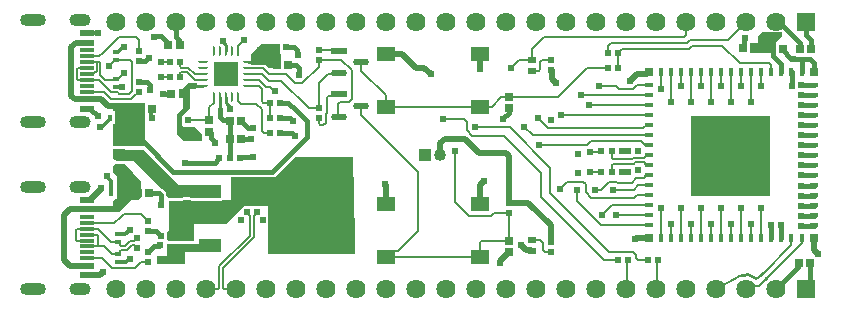
<source format=gtl>
G04*
G04 #@! TF.GenerationSoftware,Altium Limited,Altium Designer,25.8.1 (18)*
G04*
G04 Layer_Physical_Order=1*
G04 Layer_Color=255*
%FSLAX25Y25*%
%MOIN*%
G70*
G04*
G04 #@! TF.SameCoordinates,67B45281-70B3-422D-B4EF-D01C400089C5*
G04*
G04*
G04 #@! TF.FilePolarity,Positive*
G04*
G01*
G75*
%ADD11C,0.00600*%
G04:AMPARAMS|DCode=16|XSize=25.2mil|YSize=28.35mil|CornerRadius=3.15mil|HoleSize=0mil|Usage=FLASHONLY|Rotation=270.000|XOffset=0mil|YOffset=0mil|HoleType=Round|Shape=RoundedRectangle|*
%AMROUNDEDRECTD16*
21,1,0.02520,0.02205,0,0,270.0*
21,1,0.01890,0.02835,0,0,270.0*
1,1,0.00630,-0.01102,-0.00945*
1,1,0.00630,-0.01102,0.00945*
1,1,0.00630,0.01102,0.00945*
1,1,0.00630,0.01102,-0.00945*
%
%ADD16ROUNDEDRECTD16*%
%ADD17R,0.02126X0.02362*%
G04:AMPARAMS|DCode=18|XSize=25.2mil|YSize=28.35mil|CornerRadius=3.15mil|HoleSize=0mil|Usage=FLASHONLY|Rotation=180.000|XOffset=0mil|YOffset=0mil|HoleType=Round|Shape=RoundedRectangle|*
%AMROUNDEDRECTD18*
21,1,0.02520,0.02205,0,0,180.0*
21,1,0.01890,0.02835,0,0,180.0*
1,1,0.00630,-0.00945,0.01102*
1,1,0.00630,0.00945,0.01102*
1,1,0.00630,0.00945,-0.01102*
1,1,0.00630,-0.00945,-0.01102*
%
%ADD18ROUNDEDRECTD18*%
%ADD19R,0.03150X0.01575*%
%ADD20R,0.03150X0.03150*%
%ADD21R,0.01575X0.03150*%
%ADD22R,0.06102X0.05118*%
%ADD23R,0.04724X0.04724*%
%ADD24R,0.02756X0.02362*%
G04:AMPARAMS|DCode=25|XSize=33.06mil|YSize=9.55mil|CornerRadius=4.77mil|HoleSize=0mil|Usage=FLASHONLY|Rotation=270.000|XOffset=0mil|YOffset=0mil|HoleType=Round|Shape=RoundedRectangle|*
%AMROUNDEDRECTD25*
21,1,0.03306,0.00000,0,0,270.0*
21,1,0.02351,0.00955,0,0,270.0*
1,1,0.00955,0.00000,-0.01176*
1,1,0.00955,0.00000,0.01176*
1,1,0.00955,0.00000,0.01176*
1,1,0.00955,0.00000,-0.01176*
%
%ADD25ROUNDEDRECTD25*%
%ADD26R,0.02362X0.02126*%
%ADD27R,0.04528X0.02362*%
%ADD28R,0.02362X0.01378*%
%ADD29R,0.01378X0.02362*%
G04:AMPARAMS|DCode=30|XSize=125.98mil|YSize=68.9mil|CornerRadius=2.07mil|HoleSize=0mil|Usage=FLASHONLY|Rotation=90.000|XOffset=0mil|YOffset=0mil|HoleType=Round|Shape=RoundedRectangle|*
%AMROUNDEDRECTD30*
21,1,0.12598,0.06476,0,0,90.0*
21,1,0.12185,0.06890,0,0,90.0*
1,1,0.00413,0.03238,0.06093*
1,1,0.00413,0.03238,-0.06093*
1,1,0.00413,-0.03238,-0.06093*
1,1,0.00413,-0.03238,0.06093*
%
%ADD30ROUNDEDRECTD30*%
G04:AMPARAMS|DCode=31|XSize=35.43mil|YSize=68.9mil|CornerRadius=1.95mil|HoleSize=0mil|Usage=FLASHONLY|Rotation=90.000|XOffset=0mil|YOffset=0mil|HoleType=Round|Shape=RoundedRectangle|*
%AMROUNDEDRECTD31*
21,1,0.03543,0.06500,0,0,90.0*
21,1,0.03154,0.06890,0,0,90.0*
1,1,0.00390,0.03250,0.01577*
1,1,0.00390,0.03250,-0.01577*
1,1,0.00390,-0.03250,-0.01577*
1,1,0.00390,-0.03250,0.01577*
%
%ADD31ROUNDEDRECTD31*%
G04:AMPARAMS|DCode=32|XSize=53.43mil|YSize=22.53mil|CornerRadius=11.26mil|HoleSize=0mil|Usage=FLASHONLY|Rotation=0.000|XOffset=0mil|YOffset=0mil|HoleType=Round|Shape=RoundedRectangle|*
%AMROUNDEDRECTD32*
21,1,0.05343,0.00000,0,0,0.0*
21,1,0.03091,0.02253,0,0,0.0*
1,1,0.02253,0.01545,0.00000*
1,1,0.02253,-0.01545,0.00000*
1,1,0.02253,-0.01545,0.00000*
1,1,0.02253,0.01545,0.00000*
%
%ADD32ROUNDEDRECTD32*%
G04:AMPARAMS|DCode=33|XSize=9.55mil|YSize=33.06mil|CornerRadius=4.77mil|HoleSize=0mil|Usage=FLASHONLY|Rotation=270.000|XOffset=0mil|YOffset=0mil|HoleType=Round|Shape=RoundedRectangle|*
%AMROUNDEDRECTD33*
21,1,0.00955,0.02351,0,0,270.0*
21,1,0.00000,0.03306,0,0,270.0*
1,1,0.00955,-0.01176,0.00000*
1,1,0.00955,-0.01176,0.00000*
1,1,0.00955,0.01176,0.00000*
1,1,0.00955,0.01176,0.00000*
%
%ADD33ROUNDEDRECTD33*%
%ADD34R,0.00955X0.03306*%
%ADD35R,0.04528X0.01181*%
%ADD36R,0.05343X0.02253*%
%ADD45R,0.08071X0.08071*%
G04:AMPARAMS|DCode=53|XSize=39.37mil|YSize=70.87mil|CornerRadius=19.68mil|HoleSize=0mil|Usage=FLASHONLY|Rotation=270.000|XOffset=0mil|YOffset=0mil|HoleType=Round|Shape=RoundedRectangle|*
%AMROUNDEDRECTD53*
21,1,0.03937,0.03150,0,0,270.0*
21,1,0.00000,0.07087,0,0,270.0*
1,1,0.03937,-0.01575,0.00000*
1,1,0.03937,-0.01575,0.00000*
1,1,0.03937,0.01575,0.00000*
1,1,0.03937,0.01575,0.00000*
%
%ADD53ROUNDEDRECTD53*%
G04:AMPARAMS|DCode=54|XSize=39.37mil|YSize=86.61mil|CornerRadius=19.68mil|HoleSize=0mil|Usage=FLASHONLY|Rotation=270.000|XOffset=0mil|YOffset=0mil|HoleType=Round|Shape=RoundedRectangle|*
%AMROUNDEDRECTD54*
21,1,0.03937,0.04724,0,0,270.0*
21,1,0.00000,0.08661,0,0,270.0*
1,1,0.03937,-0.02362,0.00000*
1,1,0.03937,-0.02362,0.00000*
1,1,0.03937,0.02362,0.00000*
1,1,0.03937,0.02362,0.00000*
%
%ADD54ROUNDEDRECTD54*%
%ADD58C,0.01000*%
%ADD59C,0.01000*%
%ADD60R,0.01575X0.01575*%
%ADD61C,0.02000*%
%ADD62C,0.01500*%
%ADD63C,0.01001*%
%ADD64C,0.01010*%
%ADD65C,0.01200*%
%ADD66C,0.00603*%
%ADD67R,0.06400X0.06400*%
%ADD68C,0.06400*%
%ADD69C,0.04000*%
%ADD70R,0.04000X0.04000*%
%ADD71R,0.04000X0.04000*%
%ADD72C,0.02400*%
G36*
X256400Y89400D02*
X254300Y87600D01*
Y83900D01*
X246000D01*
X245700Y84200D01*
Y87300D01*
X248400D01*
Y89600D01*
X249800Y91000D01*
X256400Y91000D01*
Y89400D01*
D02*
G37*
G36*
X89138Y83819D02*
X89300D01*
Y78612D01*
X86800D01*
Y79300D01*
X85100D01*
X84200Y80200D01*
X79500D01*
Y83800D01*
X82900Y87200D01*
X89138D01*
Y83819D01*
D02*
G37*
G36*
X61870Y73005D02*
X61374Y72300D01*
X59200D01*
Y66000D01*
X56964Y63764D01*
X56319D01*
Y59638D01*
X56800D01*
Y59500D01*
X59800D01*
Y59300D01*
X60700D01*
X63057Y56943D01*
Y56923D01*
X63100Y56706D01*
Y54700D01*
X57200D01*
X54800Y57100D01*
X54700D01*
Y63700D01*
X56600Y65600D01*
Y69100D01*
X55300D01*
Y72000D01*
X56500D01*
X58400Y73900D01*
X61477D01*
X61870Y73005D01*
D02*
G37*
G36*
X44000Y53094D02*
X37398Y53020D01*
X33400D01*
Y60319D01*
X34189D01*
Y64681D01*
X33400D01*
Y67288D01*
X39535D01*
X39595Y67300D01*
X44000D01*
Y53094D01*
D02*
G37*
G36*
X252500Y36500D02*
X226000D01*
Y63000D01*
X252500D01*
Y36500D01*
D02*
G37*
G36*
X37580Y51700D02*
X43777Y51700D01*
X52238Y43238D01*
X52238Y43238D01*
X52435Y43107D01*
X55322Y40168D01*
X69284D01*
X69484Y39968D01*
Y35868D01*
X59192D01*
X59102Y35886D01*
X56898D01*
X56808Y35868D01*
X52148D01*
X51247Y36807D01*
X51148Y37304D01*
X50762Y37883D01*
X49883Y38762D01*
X49304Y39149D01*
X48931Y39223D01*
X40588Y47923D01*
X36200Y48000D01*
X34800D01*
X33384Y48700D01*
Y52000D01*
X37580D01*
Y51700D01*
D02*
G37*
G36*
X114000Y22482D02*
Y17200D01*
X85000D01*
Y24000D01*
Y33000D01*
X77000D01*
X71000Y27000D01*
X60500D01*
Y21520D01*
X51767D01*
X51700Y21574D01*
Y24700D01*
X52000Y25000D01*
Y33877D01*
X52148Y34848D01*
X56808D01*
X56898Y34866D01*
X59102D01*
X59192Y34848D01*
X69484D01*
X69874Y34926D01*
X69985Y35000D01*
X72800D01*
Y42600D01*
X87400D01*
X94300Y49500D01*
X113300D01*
X114000Y22482D01*
D02*
G37*
G36*
X34732Y46983D02*
X34766Y46987D01*
X34800Y46980D01*
X36191D01*
X37438Y46959D01*
X42900Y41000D01*
X42886Y35895D01*
X42073Y34900D01*
X39500D01*
X36206Y31750D01*
X35954Y31581D01*
X35297Y30924D01*
X34212Y30910D01*
X33500Y31612D01*
X33500Y34599D01*
X34207Y35306D01*
X34591D01*
Y42900D01*
X33500Y44223D01*
X33499Y46206D01*
X34288Y46994D01*
X34686Y46995D01*
X34732Y46983D01*
D02*
G37*
G36*
X69300Y17800D02*
X57500D01*
Y13700D01*
X48100D01*
Y16400D01*
X51300D01*
Y19800D01*
X51767Y20500D01*
X62000D01*
Y21900D01*
X69300D01*
Y17800D01*
D02*
G37*
D11*
X153182Y56500D02*
X163700D01*
X176000Y36100D02*
Y44200D01*
X163700Y56500D02*
X176000Y44200D01*
Y36100D02*
X197100Y15000D01*
X201799D01*
X179200Y37400D02*
Y45800D01*
Y37400D02*
X198919Y17681D01*
X206885D01*
X165700Y59300D02*
X179200Y45800D01*
X154000Y59500D02*
X154200Y59300D01*
X165700D01*
X151300Y58382D02*
X153182Y56500D01*
X182643Y63343D02*
X211902D01*
X211945Y63386D01*
X182600Y63300D02*
X182643Y63343D01*
X178479Y58900D02*
X209668D01*
X175000Y62379D02*
X178479Y58900D01*
X209749Y58980D02*
X210098D01*
X209668Y58900D02*
X209749Y58980D01*
X210098D02*
X210870Y59752D01*
X211658D01*
X211945Y60039D01*
X175000Y62379D02*
Y62500D01*
X116242Y63358D02*
X135100Y44500D01*
X128262Y17962D02*
X135100Y24800D01*
Y44500D01*
X116242Y63358D02*
Y66500D01*
X126442Y17502D02*
X126902Y17962D01*
X124350Y16142D02*
X126442D01*
X155650D01*
X126902Y17962D02*
X128262D01*
X126442Y16142D02*
Y17502D01*
X249543Y73043D02*
Y77559D01*
X239504Y67604D02*
Y77559D01*
X216139Y72261D02*
Y77611D01*
X216181Y77653D01*
X216139Y72261D02*
X216200Y72200D01*
X239504Y22441D02*
Y26957D01*
X199768Y33268D02*
X211945D01*
X196500Y30000D02*
X199768Y33268D01*
X192693Y54693D02*
X209300D01*
X191500Y53500D02*
X192693Y54693D01*
X175500Y53500D02*
X191500D01*
X209300Y54693D02*
X210647Y53347D01*
X211945D01*
X226118Y67604D02*
Y77559D01*
X229465Y22441D02*
Y32396D01*
X219425Y22441D02*
Y26957D01*
X196107Y26575D02*
X211945D01*
X188000Y34682D02*
X196107Y26575D01*
X188000Y34682D02*
Y38500D01*
X236157Y73043D02*
Y77559D01*
X249543Y22441D02*
Y32396D01*
X201079Y29921D02*
X211945D01*
X201000Y30000D02*
X201079Y29921D01*
X151977Y29799D02*
X159322D01*
X160322Y30799D01*
X165500D01*
Y21232D02*
Y30799D01*
X155650Y16142D02*
Y20647D01*
X156235Y21232D02*
X165500D01*
X155650Y20647D02*
X156235Y21232D01*
X248903Y6533D02*
X250953Y8584D01*
X251416Y9047D02*
X262929Y20560D01*
X245533Y6533D02*
X248903D01*
X262929Y20560D02*
Y22441D01*
X244500Y5500D02*
X245533Y6533D01*
X147500Y34276D02*
X151977Y29799D01*
X147500Y34276D02*
Y51500D01*
X246197Y67604D02*
Y77559D01*
X168870Y81870D02*
X173000D01*
X166000Y79000D02*
X168870Y81870D01*
X173000D02*
Y85500D01*
X177000Y89500D02*
X223914D01*
X224500Y90086D02*
Y94500D01*
X223914Y89500D02*
X224500Y90086D01*
X173000Y85500D02*
X177000Y89500D01*
X222772Y73043D02*
Y77559D01*
X195500Y73000D02*
X201000D01*
X202000Y72000D01*
X206735D01*
X208161Y73425D02*
X211945D01*
X206735Y72000D02*
X208161Y73425D01*
X232811Y22441D02*
Y26957D01*
X194000Y38500D02*
X196182D01*
X198882Y41200D01*
X201118D01*
X201618Y40700D01*
X210284Y42248D02*
X210870Y42834D01*
X206372Y40700D02*
X207920Y42248D01*
X210870Y43020D02*
X211157Y43307D01*
X207920Y42248D02*
X210284D01*
X201618Y40700D02*
X206372D01*
X210870Y42834D02*
Y43020D01*
X211157Y43307D02*
X211945D01*
X232811Y67604D02*
Y77559D01*
X234500Y5500D02*
X242291Y9648D01*
X247699Y8943D02*
X248070Y8943D01*
X250047Y10506D02*
X259583Y20042D01*
Y22441D01*
X248484Y8943D02*
X249494Y9953D01*
X248070Y8943D02*
X248484Y8943D01*
X222772Y22441D02*
Y32396D01*
X242850Y73043D02*
Y77559D01*
X207564Y70000D02*
X207567Y70003D01*
X201172Y70000D02*
X207564D01*
X201169Y70003D02*
X201172Y70000D01*
X207567Y70003D02*
X211863D01*
X211942Y70081D01*
X189503Y70003D02*
X201169D01*
X246197Y22441D02*
Y26957D01*
X214850Y14650D02*
X215201Y15000D01*
X214850Y5850D02*
Y14650D01*
X214500Y5500D02*
X214850Y5850D01*
X236157Y22441D02*
Y32396D01*
X219425Y67604D02*
Y77559D01*
X170500Y59500D02*
X173307Y56693D01*
X211945D01*
X226118Y22441D02*
Y26957D01*
X208461Y39961D02*
X211945D01*
X207000Y38500D02*
X208461Y39961D01*
X200000Y38500D02*
X207000D01*
X226571Y86500D02*
X236500D01*
X242366Y80634D02*
X252135D01*
X236500Y86500D02*
X242366Y80634D01*
X202382Y84681D02*
X203201Y85500D01*
X225571D01*
X226571Y86500D01*
X201701Y79000D02*
Y84118D01*
X202264Y84681D02*
X202382D01*
X201701Y84118D02*
X202264Y84681D01*
X252135Y80634D02*
X252808Y79961D01*
Y77641D02*
X252890Y77559D01*
X252808Y77641D02*
Y79961D01*
X229465Y73043D02*
Y77559D01*
X192232Y66732D02*
X211945D01*
X242850Y22441D02*
Y32396D01*
X204500Y5500D02*
X204850Y5850D01*
Y14650D02*
X205201Y15000D01*
X204850Y5850D02*
Y14650D01*
X216079Y22441D02*
Y32396D01*
X182400Y38700D02*
X184900Y41200D01*
X190214D01*
X191000Y40414D01*
Y37682D02*
Y40414D01*
Y37682D02*
X192882Y35800D01*
X207128D01*
X207943Y36614D01*
X211945D01*
X85405Y77083D02*
X86000D01*
X90036D01*
X83520Y78969D02*
X85405Y77083D01*
X150500Y62000D02*
X151300Y61200D01*
Y58382D02*
Y61200D01*
X143500Y62000D02*
X150500D01*
X177374Y17799D02*
X179500D01*
X176789Y18385D02*
X177374Y17799D01*
X176789Y18385D02*
Y20711D01*
X175630Y21870D02*
X176789Y20711D01*
X173000Y21870D02*
X175630D01*
X65400Y61600D02*
X65500Y61701D01*
Y65928D01*
X67063Y67491D01*
X58600Y61600D02*
X65400D01*
X58500Y61701D02*
X58600Y61600D01*
X58500Y61701D02*
X59033Y62234D01*
X67063Y67491D02*
Y69459D01*
X74937Y68086D02*
Y69459D01*
Y68086D02*
X76023Y67000D01*
X81257D01*
X83001Y65256D01*
X82977Y68109D02*
X83563Y67523D01*
X85799D01*
X78541Y73063D02*
X81937D01*
X78541Y75032D02*
X82231D01*
X78541Y77000D02*
X83225D01*
X78541Y78969D02*
X83520D01*
X81937Y73063D02*
X82977Y72023D01*
Y68109D02*
Y72023D01*
X82231Y75032D02*
X84495Y72768D01*
X83225Y77000D02*
X85456Y74768D01*
X84495Y72768D02*
X85853D01*
X74937Y86437D02*
X77000Y88500D01*
X74937Y84541D02*
Y86437D01*
X206885Y17681D02*
X207764Y16802D01*
Y15586D02*
X208349Y15000D01*
X207764Y15586D02*
Y16802D01*
X208349Y15000D02*
X211799D01*
X85853Y72768D02*
X87121Y71500D01*
X87500D01*
X85799Y62500D02*
Y67500D01*
X85456Y74768D02*
X89551D01*
X98618Y65701D01*
X102000D01*
Y74000D01*
X105020Y77020D01*
X108518D01*
X108518Y77020D01*
X96446Y73972D02*
X102000Y79526D01*
Y81799D02*
X109478D01*
X102000Y79526D02*
Y81799D01*
X108530Y62988D02*
X108758Y62760D01*
X113000Y68563D02*
Y78277D01*
X109478Y81799D02*
X113000Y78277D01*
X112050Y67614D02*
X113000Y68563D01*
X108530Y67028D02*
X109116Y67614D01*
X112050D01*
X108530Y62988D02*
Y67028D01*
X94209Y73972D02*
X96446D01*
X91099Y77083D02*
X94209Y73972D01*
X90036Y77083D02*
X91099D01*
X90036Y77083D02*
X90036Y77083D01*
X24784Y71110D02*
X30000D01*
X30378D01*
X32671Y68818D01*
X39535D02*
X41155Y70437D01*
X41437D02*
X42000Y71000D01*
X32671Y68818D02*
X39535D01*
X41155Y70437D02*
X41437D01*
X42000Y84701D02*
Y88500D01*
X41000Y89500D02*
X42000Y88500D01*
X35500Y89500D02*
X41000D01*
X28921Y82921D02*
X30000Y84000D01*
X35500Y89500D01*
X24784Y82921D02*
X28921D01*
X40811Y12311D02*
X42799Y14299D01*
X33198Y12311D02*
X40811D01*
X29898Y15610D02*
X33198Y12311D01*
X42799Y14299D02*
X45000D01*
X24784Y15610D02*
X29898D01*
X37036Y30500D02*
X42701D01*
X35984Y29449D02*
X37036Y30500D01*
X42701D02*
X45000Y28201D01*
X33921Y27421D02*
X35949Y29449D01*
X35984D01*
X24784Y27421D02*
X33921D01*
X191500Y79000D02*
X198299D01*
X181732Y69232D02*
X191500Y79000D01*
X165500Y69232D02*
X181732D01*
X162732D02*
X165500D01*
X159642Y66142D02*
X162732Y69232D01*
X155650Y66142D02*
X159642D01*
X124350D02*
X155650D01*
X116242Y78171D02*
X124500Y69914D01*
X116242Y78171D02*
Y81000D01*
X124350Y66142D02*
X124500Y66291D01*
Y69914D01*
X104682Y69224D02*
X105268Y69811D01*
X108328D01*
X108752Y70234D01*
X104682Y64016D02*
Y69224D01*
X104332Y60832D02*
Y63667D01*
X104682Y64016D01*
X103500Y60000D02*
X104332Y60832D01*
X102000Y60586D02*
Y62299D01*
X102586Y60000D02*
X103500D01*
X102000Y60586D02*
X102586Y60000D01*
X108527Y84970D02*
X108758Y84740D01*
X102230Y84970D02*
X108527D01*
X102000Y85201D02*
X102230Y84970D01*
X225743Y88500D02*
X238500D01*
X199516Y87500D02*
X224743D01*
X238500Y88500D02*
X244500Y94500D01*
X224743Y87500D02*
X225743Y88500D01*
X198299Y86283D02*
X199516Y87500D01*
X198299Y84000D02*
Y86283D01*
X83001Y58117D02*
Y65256D01*
Y58117D02*
X83618Y57500D01*
X85799D01*
X173000Y78130D02*
X175292D01*
X175878Y81152D02*
X176464Y81737D01*
X175292Y78130D02*
X175878Y78716D01*
X176464Y81737D02*
X179463D01*
X175878Y78716D02*
Y81152D01*
X179463Y81737D02*
X179500Y81701D01*
D16*
X58800Y19100D02*
D03*
Y22900D02*
D03*
X165500Y65600D02*
D03*
Y17600D02*
D03*
X65500Y57868D02*
D03*
X58000Y33600D02*
D03*
X52800Y22900D02*
D03*
X165500Y21400D02*
D03*
X65500Y61668D02*
D03*
X52800Y19100D02*
D03*
X58000Y37400D02*
D03*
X165500Y69400D02*
D03*
D17*
X203001Y51300D02*
D03*
X199599D02*
D03*
D03*
X196198D02*
D03*
X89201Y62500D02*
D03*
Y57500D02*
D03*
X196198Y44500D02*
D03*
X75701Y49000D02*
D03*
X91201Y86000D02*
D03*
X215201Y15000D02*
D03*
X199599Y44500D02*
D03*
D03*
X201701Y79000D02*
D03*
Y84000D02*
D03*
X205201Y15000D02*
D03*
X72299Y49000D02*
D03*
X68898D02*
D03*
X89201Y67500D02*
D03*
X211799Y15000D02*
D03*
X85799Y62500D02*
D03*
Y67500D02*
D03*
X201799Y15000D02*
D03*
X72299Y49000D02*
D03*
X87799Y86000D02*
D03*
X52299Y76000D02*
D03*
Y81000D02*
D03*
X55701Y76000D02*
D03*
Y81000D02*
D03*
X85799Y57500D02*
D03*
X198299Y84000D02*
D03*
Y79000D02*
D03*
X203001Y44500D02*
D03*
D18*
X266200Y85400D02*
D03*
X256600D02*
D03*
X243300Y85800D02*
D03*
X262100Y14000D02*
D03*
X91900Y80000D02*
D03*
X51800Y86800D02*
D03*
X52801Y70500D02*
D03*
X76101Y61500D02*
D03*
X46400Y65500D02*
D03*
X76101Y55500D02*
D03*
X45400Y37500D02*
D03*
X262400Y85400D02*
D03*
X265900Y14000D02*
D03*
X247100Y85800D02*
D03*
X252800Y85400D02*
D03*
X42600Y65500D02*
D03*
X72301Y55500D02*
D03*
Y61500D02*
D03*
X88100Y80000D02*
D03*
X56601Y70500D02*
D03*
X55600Y86800D02*
D03*
X41600Y37500D02*
D03*
D19*
X267063Y73425D02*
D03*
Y66732D02*
D03*
Y70079D02*
D03*
Y63386D02*
D03*
Y56693D02*
D03*
Y60039D02*
D03*
Y53347D02*
D03*
Y46654D02*
D03*
Y50000D02*
D03*
Y43307D02*
D03*
Y36614D02*
D03*
Y39961D02*
D03*
Y33268D02*
D03*
Y26575D02*
D03*
Y29921D02*
D03*
X211945Y46654D02*
D03*
Y50000D02*
D03*
Y43307D02*
D03*
Y39961D02*
D03*
Y36614D02*
D03*
Y33268D02*
D03*
Y29921D02*
D03*
Y26575D02*
D03*
Y66732D02*
D03*
Y56693D02*
D03*
Y70079D02*
D03*
Y60039D02*
D03*
Y73425D02*
D03*
Y63386D02*
D03*
Y53347D02*
D03*
D20*
X267063Y77559D02*
D03*
X211945D02*
D03*
X267063Y22441D02*
D03*
X211945D02*
D03*
D21*
X262929Y77559D02*
D03*
X259583D02*
D03*
X252890Y22441D02*
D03*
X256236D02*
D03*
X252890Y77559D02*
D03*
X216079Y22441D02*
D03*
X219425D02*
D03*
X222772D02*
D03*
X226118D02*
D03*
X229465D02*
D03*
X232811D02*
D03*
X236157D02*
D03*
X239504D02*
D03*
X242850D02*
D03*
X246197D02*
D03*
X249543D02*
D03*
X259583D02*
D03*
X219425Y77559D02*
D03*
X242850D02*
D03*
X232811D02*
D03*
X222772D02*
D03*
X246197D02*
D03*
X236157D02*
D03*
X216079D02*
D03*
X239504D02*
D03*
X249543D02*
D03*
X226118D02*
D03*
X229465D02*
D03*
X262929Y22441D02*
D03*
X256236Y77559D02*
D03*
D22*
X155650Y83858D02*
D03*
X124350D02*
D03*
Y33858D02*
D03*
X155650D02*
D03*
Y16142D02*
D03*
X124350D02*
D03*
Y66142D02*
D03*
X155650D02*
D03*
D23*
X239504Y56496D02*
D03*
X233008D02*
D03*
X246000Y50000D02*
D03*
X239504D02*
D03*
X246000Y43504D02*
D03*
X239504D02*
D03*
X233008D02*
D03*
Y50000D02*
D03*
D24*
X173000Y18130D02*
D03*
Y81870D02*
D03*
Y78130D02*
D03*
Y21870D02*
D03*
D25*
X71000Y84541D02*
D03*
Y69459D02*
D03*
X69032D02*
D03*
X67063D02*
D03*
X72969Y84541D02*
D03*
X69032D02*
D03*
X67063D02*
D03*
X72969Y69459D02*
D03*
X74937D02*
D03*
D26*
X42000Y81299D02*
D03*
Y74402D02*
D03*
X45000Y24799D02*
D03*
Y17701D02*
D03*
X165500Y30799D02*
D03*
X179500Y78299D02*
D03*
Y21201D02*
D03*
X165500Y34201D02*
D03*
X58500Y61701D02*
D03*
Y58299D02*
D03*
X102000Y65701D02*
D03*
Y81799D02*
D03*
X42000Y71000D02*
D03*
X102000Y62299D02*
D03*
X45000Y28201D02*
D03*
Y14299D02*
D03*
X179500Y81701D02*
D03*
Y17799D02*
D03*
X42000Y84701D02*
D03*
X102000Y85201D02*
D03*
D27*
X24784Y90598D02*
D03*
Y65402D02*
D03*
Y35098D02*
D03*
Y9902D02*
D03*
Y68551D02*
D03*
Y87449D02*
D03*
Y31949D02*
D03*
Y13051D02*
D03*
D28*
X34500Y84280D02*
D03*
Y72720D02*
D03*
X35000Y23559D02*
D03*
Y14500D02*
D03*
X34500Y75279D02*
D03*
Y81721D02*
D03*
X35000Y21000D02*
D03*
Y17059D02*
D03*
D29*
X32500Y62500D02*
D03*
X32721Y37500D02*
D03*
X35059Y62500D02*
D03*
X35280Y37500D02*
D03*
D30*
X90303Y29000D02*
D03*
D31*
X65697D02*
D03*
Y19945D02*
D03*
Y38055D02*
D03*
D32*
X116242Y66500D02*
D03*
X108758Y77260D02*
D03*
Y62760D02*
D03*
X116242Y81000D02*
D03*
D33*
X78541Y75032D02*
D03*
Y73063D02*
D03*
Y77000D02*
D03*
Y78969D02*
D03*
X63459Y73063D02*
D03*
X78541Y80937D02*
D03*
X63459D02*
D03*
Y78969D02*
D03*
Y77000D02*
D03*
Y75032D02*
D03*
D34*
X74937Y84541D02*
D03*
D35*
X24784Y80953D02*
D03*
Y77016D02*
D03*
Y71110D02*
D03*
Y25453D02*
D03*
Y21516D02*
D03*
Y15610D02*
D03*
Y27421D02*
D03*
Y78984D02*
D03*
Y75047D02*
D03*
Y84890D02*
D03*
Y82921D02*
D03*
Y73079D02*
D03*
Y17579D02*
D03*
Y19547D02*
D03*
Y23484D02*
D03*
Y29390D02*
D03*
D36*
X108758Y70240D02*
D03*
Y84740D02*
D03*
D45*
X71000Y77000D02*
D03*
D53*
X22521Y95008D02*
D03*
Y60992D02*
D03*
Y39508D02*
D03*
Y5492D02*
D03*
D54*
X6772Y95008D02*
D03*
Y60992D02*
D03*
Y39508D02*
D03*
Y5492D02*
D03*
D58*
X251416Y9047D02*
G03*
X250953Y8584I3084J-3547D01*
G01*
X247699Y8943D02*
G03*
X242291Y9648I-3199J-3443D01*
G01*
X250047Y10506D02*
G03*
X249494Y9953I4453J-5006D01*
G01*
D59*
X248070Y8943D02*
D03*
D60*
X246000Y56496D02*
D03*
D61*
X207508Y22200D02*
X207749Y22441D01*
X211945D01*
X207400Y22200D02*
X207508D01*
X162477Y14734D02*
X165500Y17758D01*
X162400Y13900D02*
X162477Y13976D01*
Y14734D01*
X165500Y17758D02*
Y17768D01*
X164328Y50793D02*
X165500Y49621D01*
X155353Y50793D02*
X164328D01*
X150646Y55500D02*
X155353Y50793D01*
X165500Y34201D02*
Y49621D01*
Y34201D02*
X171899D01*
X179500Y21201D02*
Y26600D01*
X171899Y34201D02*
X179500Y26600D01*
X211370Y76984D02*
X211945Y77559D01*
X155650Y78758D02*
Y83858D01*
X134323Y79177D02*
X137215D01*
X124350Y83858D02*
X129642D01*
X134323Y79177D01*
X208184Y76984D02*
X211370D01*
X137215Y79177D02*
X139392Y77000D01*
X139500D01*
X246000Y56496D02*
X251004D01*
X239504D02*
Y61500D01*
X228000Y56500D02*
X228004Y56496D01*
X233008D01*
X205900Y74700D02*
X208184Y76984D01*
X205600Y74700D02*
X205900D01*
X267063Y18437D02*
X268500Y17000D01*
X267063Y18437D02*
Y22441D01*
X246000Y50000D02*
X251004D01*
X246000Y43504D02*
X251004D01*
X239504Y38500D02*
Y43504D01*
X228004Y50000D02*
X233008D01*
X228004Y43504D02*
X233008D01*
X157000Y41392D02*
Y41500D01*
X155650Y40041D02*
X157000Y41392D01*
X171172Y18311D02*
X172819D01*
X173000Y18130D01*
X169500Y19983D02*
X171172Y18311D01*
X155650Y33858D02*
Y40041D01*
X124350Y33858D02*
Y40150D01*
X124000Y40500D02*
X124350Y40150D01*
X58260Y33508D02*
X59328D01*
X60500Y32336D01*
X58000Y33768D02*
X58260Y33508D01*
X90303Y30055D02*
X92748Y32500D01*
X97000D01*
X90303Y29000D02*
Y30055D01*
X60500Y29000D02*
Y32336D01*
Y29000D02*
X65697D01*
X90500D02*
X92500Y27000D01*
X90303Y29000D02*
X90500D01*
X60500Y28892D02*
Y29000D01*
X57000D02*
X60500D01*
X59000Y27392D02*
X60500Y28892D01*
X53500Y29000D02*
X57000D01*
X59000Y22900D02*
Y27392D01*
Y22732D02*
Y22900D01*
X53417Y22992D02*
Y25417D01*
X57000Y29000D01*
X29500Y38732D02*
Y39000D01*
X25867Y35098D02*
X29500Y38732D01*
X24784Y35098D02*
X25867D01*
X53158Y22732D02*
X53417Y22992D01*
X53000Y22732D02*
X53158D01*
X24000Y9980D02*
X29117D01*
X30216Y11079D01*
X179500Y78299D02*
X179618D01*
X181000Y74000D02*
Y74108D01*
X179681Y75427D02*
X181000Y74108D01*
X179618Y78299D02*
X179681Y78236D01*
Y75427D02*
Y78236D01*
X142500Y50000D02*
Y54000D01*
X144000Y55500D01*
X150646D01*
X36500Y56000D02*
Y58000D01*
X38640Y60140D02*
Y62500D01*
X35500Y55000D02*
X36500Y56000D01*
Y58000D02*
X38640Y60140D01*
Y62500D02*
Y65146D01*
X24784Y68551D02*
X29401D01*
X19500Y69723D02*
X20672Y68551D01*
X19500Y85898D02*
X21051Y87449D01*
X19500Y69723D02*
Y85898D01*
X20672Y68551D02*
X24784D01*
X21051Y87449D02*
X24784D01*
X31635Y66317D02*
X37468D01*
X38640Y65146D01*
X29401Y68551D02*
X31635Y66317D01*
X38500Y37476D02*
X38524Y37500D01*
X38500Y35500D02*
Y37476D01*
X34949Y31949D02*
X38500Y35500D01*
X24784Y31949D02*
X34949D01*
X18949D02*
X24784D01*
X17000Y30000D02*
X18949Y31949D01*
X17000Y15000D02*
Y30000D01*
Y15000D02*
X18949Y13051D01*
X24784D01*
D62*
X48828Y19828D02*
X49000Y20000D01*
X45118Y17701D02*
X47245Y19828D01*
X48828D01*
X47701Y24799D02*
X49500Y23000D01*
X45000Y17701D02*
X45118D01*
X243300Y85800D02*
X243756Y86256D01*
Y88412D01*
X244000Y88657D01*
Y88900D01*
X266032Y85400D02*
Y88468D01*
X264500Y90000D02*
X266032Y88468D01*
X265684Y82000D02*
X267063Y80621D01*
X264500Y90000D02*
Y94500D01*
X262842Y82000D02*
X262929Y81913D01*
X262842Y82000D02*
X265684D01*
X262641Y73323D02*
X267157D01*
X267063Y77559D02*
Y80621D01*
X262929Y77559D02*
Y81913D01*
X260000Y82000D02*
X262842D01*
X259503Y82172D02*
X259828D01*
X256432Y85242D02*
X259503Y82172D01*
X259828D02*
X260000Y82000D01*
X259685Y73137D02*
Y77653D01*
X262641Y66630D02*
X267157D01*
X262641Y69976D02*
X267157D01*
X262641Y63283D02*
X267157D01*
X262641Y56590D02*
X267157D01*
X262641Y59937D02*
X267157D01*
X262641Y53244D02*
X267157D01*
X256432Y85242D02*
Y85400D01*
X165342Y64086D02*
Y65768D01*
X165500D01*
X163500Y62243D02*
X165342Y64086D01*
X163500Y62000D02*
Y62243D01*
X262641Y39858D02*
X267157D01*
X262641Y46551D02*
X267157D01*
X262641Y49898D02*
X267157D01*
X262641Y43205D02*
X267157D01*
X262641Y36512D02*
X267157D01*
X262641Y33165D02*
X267157D01*
X262641Y26472D02*
X267157D01*
X262641Y29819D02*
X267157D01*
X261758Y13490D02*
X262268Y14000D01*
X256134Y22347D02*
Y26863D01*
X252787Y22347D02*
Y26863D01*
X254500Y5500D02*
X261758Y12758D01*
Y13490D01*
X91900Y80000D02*
X94449D01*
X91732D02*
X91900D01*
X95328Y76672D02*
Y79121D01*
X94449Y80000D02*
X95328Y79121D01*
X49336Y89589D02*
X51968Y86958D01*
Y86800D02*
Y86958D01*
X50000Y70500D02*
X52801D01*
X52969D01*
X92500Y62500D02*
X93500Y61500D01*
X89201Y62500D02*
X92500D01*
X75933Y61343D02*
X78276Y59000D01*
X93000Y57500D02*
X94000Y56500D01*
X89201Y57500D02*
X93000D01*
X78276Y59000D02*
X80000D01*
X75933Y61343D02*
Y61500D01*
X66167Y55576D02*
Y57526D01*
X65658Y58035D02*
X66167Y57526D01*
X65500Y58035D02*
X65658D01*
X47089Y89589D02*
X49336D01*
X47000Y89500D02*
X47089Y89589D01*
X45257Y82500D02*
X45500D01*
X44056Y81299D02*
X45257Y82500D01*
X42000Y74402D02*
X44814D01*
X45828Y73387D01*
X42000Y81299D02*
X44056D01*
X45828Y71672D02*
Y73387D01*
X28269Y63000D02*
X28500D01*
X24784Y65402D02*
X25867D01*
X28269Y63000D01*
X76101Y55500D02*
X79500D01*
X75933D02*
X76101D01*
X66167Y55576D02*
X67500Y54243D01*
Y54000D02*
Y54243D01*
X49500Y33500D02*
Y36621D01*
X48621Y37500D02*
X49500Y36621D01*
X45232Y37500D02*
X45400D01*
X48621D01*
X45000Y24799D02*
X47701D01*
X253274Y83199D02*
Y85094D01*
X256236Y77559D02*
Y80236D01*
X252968Y85400D02*
X253274Y85094D01*
Y83199D02*
X256236Y80236D01*
X262500Y85468D02*
Y87500D01*
X254500Y94500D02*
X255500D01*
X262500Y85468D02*
X262568Y85400D01*
X255500Y94500D02*
X262500Y87500D01*
X250328Y89328D02*
X250500Y89500D01*
X250328Y88070D02*
Y89328D01*
X246932Y85800D02*
Y85957D01*
X248215D02*
X250328Y88070D01*
X252968Y85400D02*
Y87968D01*
X254500Y89500D01*
X265732Y6732D02*
Y14000D01*
X264500Y5500D02*
X265732Y6732D01*
X94828Y83672D02*
Y85084D01*
X91201Y86000D02*
X93912D01*
X94828Y83672D02*
X95000Y83500D01*
X93912Y86000D02*
X94828Y85084D01*
X76893Y49500D02*
X80000D01*
X76824Y49431D02*
X76893Y49500D01*
X76014Y49431D02*
X76824D01*
X75701Y49000D02*
Y49118D01*
X76014Y49431D01*
X246932Y85957D02*
X248215D01*
X53000Y15000D02*
X56000D01*
X59339Y19606D02*
X65358D01*
X65697Y19945D01*
X58797Y19064D02*
X59339Y19606D01*
X53510Y19268D02*
X58358D01*
X56000Y15000D02*
X56172Y15172D01*
X53000Y15000D02*
Y18758D01*
X53510Y19268D01*
X49500Y15000D02*
X53000D01*
X56433Y70500D02*
Y70657D01*
Y70342D02*
Y70500D01*
X55500Y57500D02*
X57000Y56000D01*
X62000D01*
Y56716D01*
X58755Y58044D02*
X60671D01*
X62000Y56716D01*
X58500Y58299D02*
X58755Y58044D01*
X83744Y86000D02*
X87799D01*
X82744Y85000D02*
X83744Y86000D01*
X82500Y85000D02*
X82744D01*
X68585Y48569D02*
X68898Y48882D01*
X68467Y48569D02*
X68585D01*
X67398Y47500D02*
X68467Y48569D01*
X68898Y48882D02*
Y49000D01*
X57500Y47500D02*
X67398D01*
X55500Y57500D02*
Y63420D01*
X72299Y50000D02*
X72384Y50085D01*
Y55415D01*
X35500Y55000D02*
X43000D01*
X53500Y44500D01*
X86500D01*
X98000Y56000D01*
Y61404D01*
X94404Y65000D02*
X98000Y61404D01*
X94404Y65000D02*
X94404D01*
X89201Y67500D02*
X91904D01*
X94404Y65000D01*
X56433Y70342D02*
X56943Y69833D01*
X55500Y63420D02*
X58187Y66107D01*
Y68746D01*
X57100Y69833D02*
X58187Y68746D01*
X56943Y69833D02*
X57100D01*
X58839Y73063D02*
X60563D01*
X83001Y80937D02*
X84622D01*
X85495Y80065D01*
X54500Y89235D02*
Y94500D01*
X55432Y86800D02*
Y88303D01*
X54500Y89235D02*
X55432Y88303D01*
X69934Y61640D02*
X72329D01*
X72469Y61500D01*
X69000Y62574D02*
X69934Y61640D01*
X69000Y62574D02*
Y65256D01*
X72469Y55500D02*
Y61500D01*
X72384Y55415D02*
X72469Y55500D01*
X56433Y70657D02*
X58839Y73063D01*
X87799Y86000D02*
X88033Y85766D01*
Y80234D02*
X88203Y80065D01*
X88033Y80234D02*
Y85766D01*
X87758Y80065D02*
X87823Y80000D01*
X88268D01*
X85495Y80065D02*
X87758D01*
D63*
X70977Y84565D02*
X71000Y84541D01*
X70977Y84565D02*
Y86645D01*
X70000Y87621D02*
X70977Y86645D01*
X70000Y87621D02*
Y88000D01*
X60563Y73063D02*
X63459D01*
X69000Y65256D02*
Y66500D01*
X69008Y66508D01*
Y69436D01*
X69032Y69459D01*
X78541Y80937D02*
X83001D01*
D64*
X72500Y65500D02*
Y65876D01*
X71028Y67348D02*
Y69431D01*
X71000Y69459D02*
X71028Y69431D01*
Y67348D02*
X72500Y65876D01*
D65*
X28402Y90598D02*
X28500Y90500D01*
X24784Y90598D02*
X28402D01*
X34992Y84280D02*
X36713Y86000D01*
X37000D01*
X34500Y84280D02*
X34992D01*
X34500Y72720D02*
X36500D01*
X46250Y62518D02*
X46268Y62500D01*
X46250Y62518D02*
Y65482D01*
X46232Y65500D02*
X46250Y65482D01*
X32500Y62008D02*
Y62500D01*
X30222Y59730D02*
X32500Y62008D01*
X29230Y59730D02*
X30222D01*
X29000Y59500D02*
X29230Y59730D01*
X37559Y23559D02*
X39000Y25000D01*
X31500Y42675D02*
Y43000D01*
Y42675D02*
X32721Y41455D01*
Y37500D02*
Y41455D01*
X38743Y15500D02*
X39000D01*
X37743Y14500D02*
X38743Y15500D01*
X35000Y23559D02*
X37559D01*
X35000Y14500D02*
X37743D01*
X35500Y45000D02*
X36036Y44464D01*
X37536D01*
X41768Y40232D01*
Y37500D02*
Y40232D01*
X42354Y65646D02*
X42854Y65146D01*
X38640D02*
X42354D01*
X35059Y62500D02*
X38640D01*
X54768Y37232D02*
X58000D01*
X35500Y50000D02*
X42000D01*
X54768Y37232D01*
X58000D02*
X58411Y37644D01*
X65285D01*
X65697Y38055D01*
X38524Y37500D02*
X41768D01*
X35280D02*
X38524D01*
D66*
X80401Y29748D02*
X81300Y30647D01*
X80401Y22572D02*
Y29748D01*
X70201Y12372D02*
X80401Y22572D01*
X81300Y30647D02*
Y31000D01*
X78100Y30647D02*
Y31000D01*
Y30647D02*
X78999Y29748D01*
Y23153D02*
Y29748D01*
X68799Y12953D02*
X78999Y23153D01*
X70201Y5853D02*
Y12372D01*
X68799Y5853D02*
Y12953D01*
X195998Y51100D02*
X196198Y51300D01*
X192400Y51100D02*
X195998D01*
X68445Y5500D02*
X68799Y5853D01*
X64500Y5500D02*
X68445D01*
X195998Y44300D02*
X196198Y44500D01*
X192400Y44300D02*
X195998D01*
X70555Y5500D02*
X74500D01*
X70201Y5853D02*
X70555Y5500D01*
X199599Y44500D02*
Y46845D01*
X199952Y47199D01*
X207044D01*
X207547Y47701D01*
X210318D01*
X210672Y47139D02*
Y47348D01*
X211157Y46654D02*
X211945D01*
X210318Y47701D02*
X210672Y47348D01*
Y47139D02*
X211157Y46654D01*
X210672Y49514D02*
X211157Y50000D01*
X211945D01*
X210672Y49458D02*
Y49514D01*
X210318Y49104D02*
X210672Y49458D01*
X206965Y49104D02*
X210318D01*
X199599Y48955D02*
Y51300D01*
X206463Y48601D02*
X206965Y49104D01*
X199952Y48601D02*
X206463D01*
X199599Y48955D02*
X199952Y48601D01*
X58000Y77634D02*
X60324Y75311D01*
X58417Y79202D02*
X60642Y76976D01*
X60324Y75311D02*
X60324D01*
X60606Y75028D01*
X63455D01*
X60642Y76976D02*
X63435D01*
X63459Y77000D01*
X39717Y71264D02*
Y81147D01*
X35547Y70419D02*
X38872D01*
X39717Y71264D01*
X32823Y70930D02*
X35036D01*
X35547Y70419D01*
X28706Y75047D02*
X30000Y73753D01*
X32823Y70930D01*
X24784Y75047D02*
X28706D01*
X29079Y76658D02*
X30737Y75000D01*
X34061D01*
Y75059D02*
X34992D01*
X49500Y76000D02*
X52299D01*
X34992Y75279D02*
X36933Y77220D01*
X28726Y80953D02*
X29079Y80599D01*
X28000Y80953D02*
X28726D01*
X27234Y77305D02*
X28000Y78071D01*
X24784Y80953D02*
X28000D01*
Y78071D02*
Y80953D01*
X25073Y77305D02*
X27234D01*
X29079Y76658D02*
Y80599D01*
X24784Y77016D02*
X25073Y77305D01*
X21853Y75047D02*
X24784D01*
X39144Y81721D02*
X39717Y81147D01*
X34500Y81721D02*
X39144D01*
X32067Y79779D02*
X34008Y81721D01*
X49500Y81000D02*
X52299D01*
X21500Y75401D02*
Y78631D01*
X21853Y78984D02*
X24784D01*
X21500Y75401D02*
X21853Y75047D01*
X21500Y78631D02*
X21853Y78984D01*
X57836Y77798D02*
X58000Y77634D01*
X56054Y77798D02*
X57836D01*
X55701Y77445D02*
X56054Y77798D01*
X55701Y76000D02*
Y77445D01*
X56054Y79202D02*
X58417D01*
X55701Y79555D02*
X56054Y79202D01*
X55701Y79555D02*
Y81000D01*
X203001Y44500D02*
X205000D01*
X203001Y51300D02*
X205100D01*
X27960Y23484D02*
X28500Y22945D01*
Y19547D02*
Y22945D01*
X24784Y23484D02*
X27960D01*
X28500Y19547D02*
X30453D01*
X32854Y21000D02*
X35000D01*
X28401Y25453D02*
X32854Y21000D01*
X24784Y25453D02*
X28401D01*
X34941Y17000D02*
X35000Y17059D01*
X33000Y17000D02*
X34941D01*
X30453Y19547D02*
X33000Y17000D01*
X24784Y19547D02*
X28500D01*
X21322Y21500D02*
X24769D01*
X20968Y21853D02*
Y25100D01*
X21322Y25453D02*
X24784D01*
X20968Y21853D02*
X21322Y21500D01*
X20968Y25100D02*
X21322Y25453D01*
X24769Y21500D02*
X24784Y21516D01*
X41399Y22399D02*
X41500D01*
X40500Y21500D02*
X41399Y22399D01*
X35000Y21000D02*
X35492D01*
X35880Y20613D01*
Y20084D02*
Y20613D01*
Y20084D02*
X36233Y19731D01*
X37426D02*
X39195Y21500D01*
X36233Y19731D02*
X37426D01*
X39195Y21500D02*
X40500D01*
X41399Y19198D02*
X41500D01*
X40500Y20097D02*
X41399Y19198D01*
X35000Y17059D02*
X35492D01*
X39776Y20097D02*
X40500D01*
X38007Y18328D02*
X39776Y20097D01*
X36233Y18328D02*
X38007D01*
X35880Y17975D02*
X36233Y18328D01*
X35492Y17059D02*
X35880Y17447D01*
Y17975D01*
D67*
X264500Y94500D02*
D03*
Y5500D02*
D03*
D68*
X254500D02*
D03*
X44500Y94500D02*
D03*
X34500Y5500D02*
D03*
X64500D02*
D03*
X74500D02*
D03*
X234500Y94500D02*
D03*
X204500D02*
D03*
X134500D02*
D03*
X194500Y5500D02*
D03*
X104500D02*
D03*
X64500Y94500D02*
D03*
X164500D02*
D03*
Y5500D02*
D03*
X134500D02*
D03*
X54500D02*
D03*
X194500Y94500D02*
D03*
X94500D02*
D03*
X224500Y5500D02*
D03*
X114500D02*
D03*
X244500D02*
D03*
X224500Y94500D02*
D03*
X154500D02*
D03*
X124500D02*
D03*
X174500Y5500D02*
D03*
X84500D02*
D03*
X254500Y94500D02*
D03*
X184500D02*
D03*
X84500D02*
D03*
X234500Y5500D02*
D03*
X144500D02*
D03*
X214500Y94500D02*
D03*
X114500D02*
D03*
X214500Y5500D02*
D03*
X184500D02*
D03*
X144500Y94500D02*
D03*
X74500D02*
D03*
X154500Y5500D02*
D03*
X94500D02*
D03*
X174500Y94500D02*
D03*
X104500D02*
D03*
X204500Y5500D02*
D03*
X124500D02*
D03*
X44500D02*
D03*
X54500Y94500D02*
D03*
X244500D02*
D03*
X34500D02*
D03*
D69*
X142500Y50000D02*
D03*
X35500Y45000D02*
D03*
Y50000D02*
D03*
D70*
X137500D02*
D03*
D71*
X35500Y55000D02*
D03*
D72*
X242800Y46800D02*
D03*
X207400Y22200D02*
D03*
X162400Y13900D02*
D03*
X182600Y63300D02*
D03*
X175000Y62500D02*
D03*
X179400Y61800D02*
D03*
X49000Y20000D02*
D03*
X49500Y23000D02*
D03*
X95000Y83500D02*
D03*
X76000Y28500D02*
D03*
X83500D02*
D03*
X244000Y88900D02*
D03*
X260000Y82000D02*
D03*
X262641Y73323D02*
D03*
X259685Y73137D02*
D03*
X262641Y66630D02*
D03*
Y69976D02*
D03*
Y63283D02*
D03*
Y56590D02*
D03*
Y59937D02*
D03*
Y53244D02*
D03*
X155650Y78758D02*
D03*
X139500Y77000D02*
D03*
X239504Y61500D02*
D03*
X251004Y56496D02*
D03*
X242800Y53300D02*
D03*
X236300Y53200D02*
D03*
X205600Y74700D02*
D03*
X228004Y56496D02*
D03*
X208400Y51500D02*
D03*
X163500Y62000D02*
D03*
X262641Y46551D02*
D03*
Y49898D02*
D03*
Y43205D02*
D03*
Y29819D02*
D03*
Y36512D02*
D03*
Y39858D02*
D03*
Y33165D02*
D03*
X268500Y17000D02*
D03*
X262641Y26472D02*
D03*
X256134Y26863D02*
D03*
X252787D02*
D03*
X251004Y50000D02*
D03*
X236200Y46800D02*
D03*
X251004Y43504D02*
D03*
X228004Y50000D02*
D03*
X188500Y50500D02*
D03*
X111000Y45500D02*
D03*
X208400Y45100D02*
D03*
X228004Y43504D02*
D03*
X188500Y44000D02*
D03*
X157000Y41500D02*
D03*
X239504Y38500D02*
D03*
X169500Y19983D02*
D03*
X124000Y40500D02*
D03*
X111000Y39000D02*
D03*
Y32500D02*
D03*
X95328Y76672D02*
D03*
X73000Y75000D02*
D03*
Y79000D02*
D03*
X70000Y88000D02*
D03*
X69000Y79000D02*
D03*
Y75000D02*
D03*
X93500Y61500D02*
D03*
X94000Y56500D02*
D03*
X80000Y59000D02*
D03*
X72500Y65500D02*
D03*
X47000Y89500D02*
D03*
X45500Y82500D02*
D03*
X37000Y86000D02*
D03*
X28451Y90549D02*
D03*
X45828Y71672D02*
D03*
X50000Y70500D02*
D03*
X36500Y72720D02*
D03*
X46268Y62500D02*
D03*
X28500Y63000D02*
D03*
X29000Y59500D02*
D03*
X107500Y45500D02*
D03*
X104000D02*
D03*
X100500Y39000D02*
D03*
Y45500D02*
D03*
X97000D02*
D03*
Y39000D02*
D03*
X107500D02*
D03*
X104000D02*
D03*
Y32500D02*
D03*
X97000D02*
D03*
X100500D02*
D03*
X79500Y55500D02*
D03*
X67500Y54000D02*
D03*
X107500Y32500D02*
D03*
X60500Y29000D02*
D03*
X57000D02*
D03*
X53500D02*
D03*
X49500Y33500D02*
D03*
X39000Y25000D02*
D03*
X31500Y43000D02*
D03*
X29500Y39000D02*
D03*
X39000Y15500D02*
D03*
X30216Y11079D02*
D03*
X78100Y31000D02*
D03*
X81300D02*
D03*
X192400Y51100D02*
D03*
Y44300D02*
D03*
X249543Y73043D02*
D03*
X239504Y67604D02*
D03*
X216200Y72200D02*
D03*
X239504Y26957D02*
D03*
X196500Y30000D02*
D03*
X175500Y53500D02*
D03*
X226118Y67604D02*
D03*
X229465Y32396D02*
D03*
X219425Y26957D02*
D03*
X188000Y38500D02*
D03*
X236157Y73043D02*
D03*
X249543Y32396D02*
D03*
X201000Y30000D02*
D03*
X147500Y51500D02*
D03*
X246197Y67604D02*
D03*
X166000Y79000D02*
D03*
X222772Y73043D02*
D03*
X195500Y73000D02*
D03*
X232811Y26957D02*
D03*
X194000Y38500D02*
D03*
X80000Y49500D02*
D03*
X250500Y89500D02*
D03*
X254500D02*
D03*
X181000Y74000D02*
D03*
X232811Y67604D02*
D03*
X222772Y32396D02*
D03*
X242850Y73043D02*
D03*
X189500Y70000D02*
D03*
X246197Y26957D02*
D03*
X236157Y32396D02*
D03*
X219425Y67604D02*
D03*
X170500Y59500D02*
D03*
X226118Y26957D02*
D03*
X200000Y38500D02*
D03*
X229465Y73043D02*
D03*
X192232Y66732D02*
D03*
X242850Y32396D02*
D03*
X216079D02*
D03*
X182400Y38700D02*
D03*
X205000Y44500D02*
D03*
X205100Y51300D02*
D03*
X143500Y62000D02*
D03*
X56000Y15000D02*
D03*
X53000D02*
D03*
X49500D02*
D03*
X82500Y85000D02*
D03*
X62000Y56000D02*
D03*
X57500Y47500D02*
D03*
X77000Y88500D02*
D03*
X154000Y59500D02*
D03*
X87500Y71500D02*
D03*
X36933Y77220D02*
D03*
X49500Y76000D02*
D03*
Y81000D02*
D03*
X32000Y79779D02*
D03*
X41500Y22399D02*
D03*
Y19198D02*
D03*
M02*

</source>
